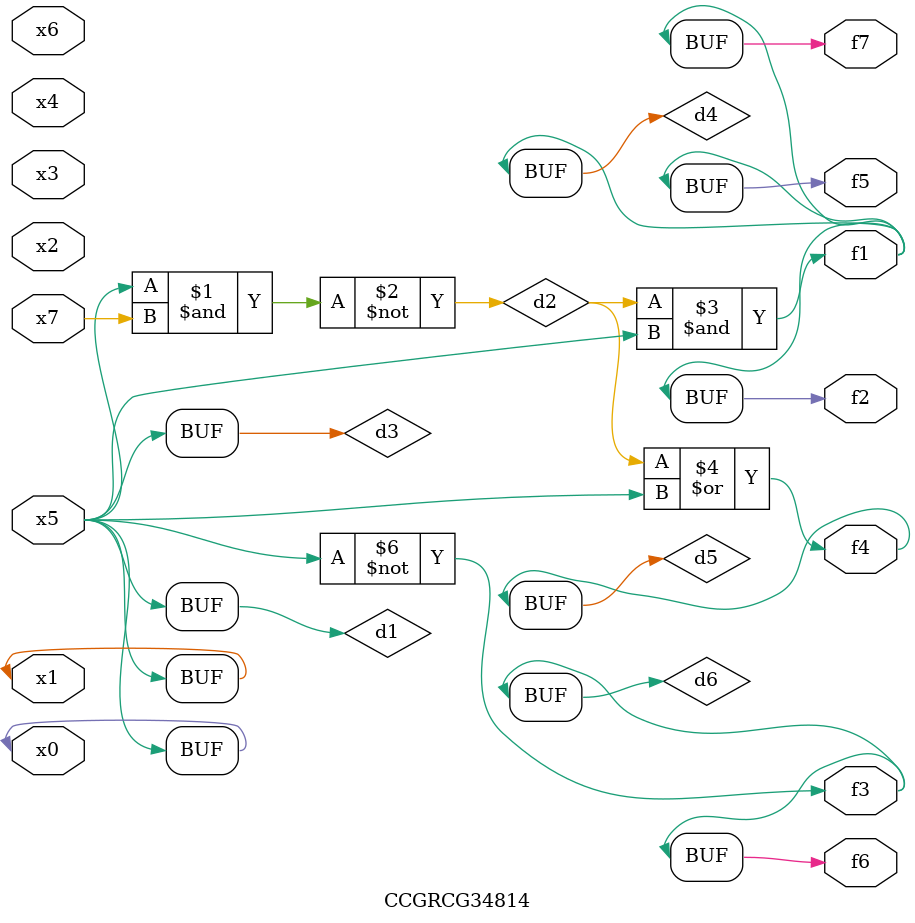
<source format=v>
module CCGRCG34814(
	input x0, x1, x2, x3, x4, x5, x6, x7,
	output f1, f2, f3, f4, f5, f6, f7
);

	wire d1, d2, d3, d4, d5, d6;

	buf (d1, x0, x5);
	nand (d2, x5, x7);
	buf (d3, x0, x1);
	and (d4, d2, d3);
	or (d5, d2, d3);
	nor (d6, d1, d3);
	assign f1 = d4;
	assign f2 = d4;
	assign f3 = d6;
	assign f4 = d5;
	assign f5 = d4;
	assign f6 = d6;
	assign f7 = d4;
endmodule

</source>
